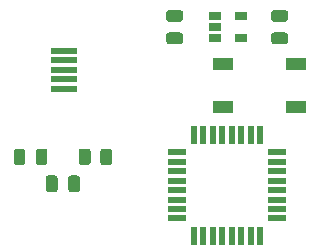
<source format=gbr>
%TF.GenerationSoftware,KiCad,Pcbnew,(5.1.9)-1*%
%TF.CreationDate,2021-08-14T02:32:22-04:00*%
%TF.ProjectId,samd21,73616d64-3231-42e6-9b69-6361645f7063,rev?*%
%TF.SameCoordinates,Original*%
%TF.FileFunction,Paste,Top*%
%TF.FilePolarity,Positive*%
%FSLAX46Y46*%
G04 Gerber Fmt 4.6, Leading zero omitted, Abs format (unit mm)*
G04 Created by KiCad (PCBNEW (5.1.9)-1) date 2021-08-14 02:32:22*
%MOMM*%
%LPD*%
G01*
G04 APERTURE LIST*
%ADD10R,2.250000X0.500000*%
%ADD11R,1.800000X1.100000*%
%ADD12R,1.600000X0.550000*%
%ADD13R,0.550000X1.600000*%
%ADD14R,1.060000X0.650000*%
G04 APERTURE END LIST*
D10*
%TO.C,USB1*%
X97464000Y-56312000D03*
X97464000Y-57112000D03*
X97464000Y-57912000D03*
X97464000Y-58712000D03*
X97464000Y-59512000D03*
%TD*%
D11*
%TO.C,SW1*%
X110894000Y-61087000D03*
X117094000Y-57387000D03*
X110894000Y-57387000D03*
X117094000Y-61087000D03*
%TD*%
D12*
%TO.C,U2*%
X107002000Y-70491000D03*
X107002000Y-69691000D03*
X107002000Y-68891000D03*
X107002000Y-68091000D03*
X107002000Y-67291000D03*
X107002000Y-66491000D03*
X107002000Y-65691000D03*
X107002000Y-64891000D03*
D13*
X108452000Y-63441000D03*
X109252000Y-63441000D03*
X110052000Y-63441000D03*
X110852000Y-63441000D03*
X111652000Y-63441000D03*
X112452000Y-63441000D03*
X113252000Y-63441000D03*
X114052000Y-63441000D03*
D12*
X115502000Y-64891000D03*
X115502000Y-65691000D03*
X115502000Y-66491000D03*
X115502000Y-67291000D03*
X115502000Y-68091000D03*
X115502000Y-68891000D03*
X115502000Y-69691000D03*
X115502000Y-70491000D03*
D13*
X114052000Y-71941000D03*
X113252000Y-71941000D03*
X112452000Y-71941000D03*
X111652000Y-71941000D03*
X110852000Y-71941000D03*
X110052000Y-71941000D03*
X109252000Y-71941000D03*
X108452000Y-71941000D03*
%TD*%
D14*
%TO.C,U1*%
X112436000Y-53340000D03*
X112436000Y-55240000D03*
X110236000Y-55240000D03*
X110236000Y-54290000D03*
X110236000Y-53340000D03*
%TD*%
%TO.C,R1*%
G36*
G01*
X99699500Y-64827999D02*
X99699500Y-65728001D01*
G75*
G02*
X99449501Y-65978000I-249999J0D01*
G01*
X98924499Y-65978000D01*
G75*
G02*
X98674500Y-65728001I0J249999D01*
G01*
X98674500Y-64827999D01*
G75*
G02*
X98924499Y-64578000I249999J0D01*
G01*
X99449501Y-64578000D01*
G75*
G02*
X99699500Y-64827999I0J-249999D01*
G01*
G37*
G36*
G01*
X101524500Y-64827999D02*
X101524500Y-65728001D01*
G75*
G02*
X101274501Y-65978000I-249999J0D01*
G01*
X100749499Y-65978000D01*
G75*
G02*
X100499500Y-65728001I0J249999D01*
G01*
X100499500Y-64827999D01*
G75*
G02*
X100749499Y-64578000I249999J0D01*
G01*
X101274501Y-64578000D01*
G75*
G02*
X101524500Y-64827999I0J-249999D01*
G01*
G37*
%TD*%
%TO.C,D1*%
G36*
G01*
X95065000Y-65734250D02*
X95065000Y-64821750D01*
G75*
G02*
X95308750Y-64578000I243750J0D01*
G01*
X95796250Y-64578000D01*
G75*
G02*
X96040000Y-64821750I0J-243750D01*
G01*
X96040000Y-65734250D01*
G75*
G02*
X95796250Y-65978000I-243750J0D01*
G01*
X95308750Y-65978000D01*
G75*
G02*
X95065000Y-65734250I0J243750D01*
G01*
G37*
G36*
G01*
X93190000Y-65734250D02*
X93190000Y-64821750D01*
G75*
G02*
X93433750Y-64578000I243750J0D01*
G01*
X93921250Y-64578000D01*
G75*
G02*
X94165000Y-64821750I0J-243750D01*
G01*
X94165000Y-65734250D01*
G75*
G02*
X93921250Y-65978000I-243750J0D01*
G01*
X93433750Y-65978000D01*
G75*
G02*
X93190000Y-65734250I0J243750D01*
G01*
G37*
%TD*%
%TO.C,C3*%
G36*
G01*
X115222000Y-54740000D02*
X116172000Y-54740000D01*
G75*
G02*
X116422000Y-54990000I0J-250000D01*
G01*
X116422000Y-55490000D01*
G75*
G02*
X116172000Y-55740000I-250000J0D01*
G01*
X115222000Y-55740000D01*
G75*
G02*
X114972000Y-55490000I0J250000D01*
G01*
X114972000Y-54990000D01*
G75*
G02*
X115222000Y-54740000I250000J0D01*
G01*
G37*
G36*
G01*
X115222000Y-52840000D02*
X116172000Y-52840000D01*
G75*
G02*
X116422000Y-53090000I0J-250000D01*
G01*
X116422000Y-53590000D01*
G75*
G02*
X116172000Y-53840000I-250000J0D01*
G01*
X115222000Y-53840000D01*
G75*
G02*
X114972000Y-53590000I0J250000D01*
G01*
X114972000Y-53090000D01*
G75*
G02*
X115222000Y-52840000I250000J0D01*
G01*
G37*
%TD*%
%TO.C,C2*%
G36*
G01*
X106332000Y-54740000D02*
X107282000Y-54740000D01*
G75*
G02*
X107532000Y-54990000I0J-250000D01*
G01*
X107532000Y-55490000D01*
G75*
G02*
X107282000Y-55740000I-250000J0D01*
G01*
X106332000Y-55740000D01*
G75*
G02*
X106082000Y-55490000I0J250000D01*
G01*
X106082000Y-54990000D01*
G75*
G02*
X106332000Y-54740000I250000J0D01*
G01*
G37*
G36*
G01*
X106332000Y-52840000D02*
X107282000Y-52840000D01*
G75*
G02*
X107532000Y-53090000I0J-250000D01*
G01*
X107532000Y-53590000D01*
G75*
G02*
X107282000Y-53840000I-250000J0D01*
G01*
X106332000Y-53840000D01*
G75*
G02*
X106082000Y-53590000I0J250000D01*
G01*
X106082000Y-53090000D01*
G75*
G02*
X106332000Y-52840000I250000J0D01*
G01*
G37*
%TD*%
%TO.C,C1*%
G36*
G01*
X97798000Y-68039000D02*
X97798000Y-67089000D01*
G75*
G02*
X98048000Y-66839000I250000J0D01*
G01*
X98548000Y-66839000D01*
G75*
G02*
X98798000Y-67089000I0J-250000D01*
G01*
X98798000Y-68039000D01*
G75*
G02*
X98548000Y-68289000I-250000J0D01*
G01*
X98048000Y-68289000D01*
G75*
G02*
X97798000Y-68039000I0J250000D01*
G01*
G37*
G36*
G01*
X95898000Y-68039000D02*
X95898000Y-67089000D01*
G75*
G02*
X96148000Y-66839000I250000J0D01*
G01*
X96648000Y-66839000D01*
G75*
G02*
X96898000Y-67089000I0J-250000D01*
G01*
X96898000Y-68039000D01*
G75*
G02*
X96648000Y-68289000I-250000J0D01*
G01*
X96148000Y-68289000D01*
G75*
G02*
X95898000Y-68039000I0J250000D01*
G01*
G37*
%TD*%
M02*

</source>
